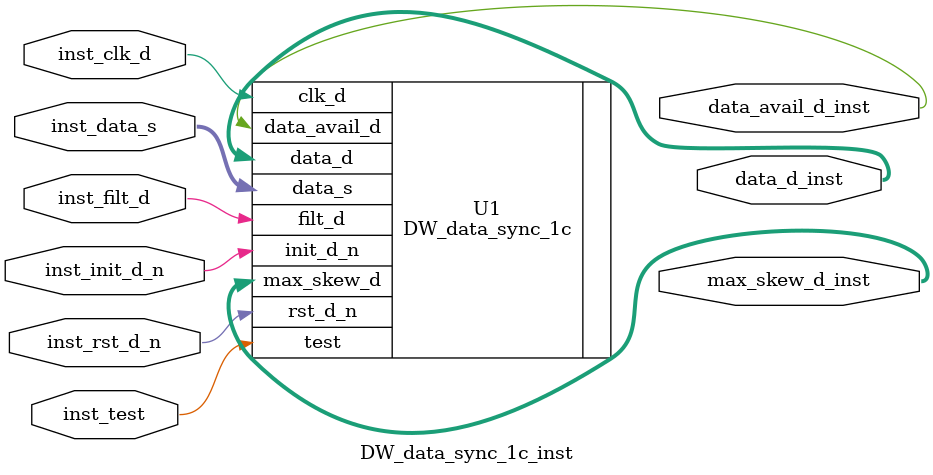
<source format=v>
module DW_data_sync_1c_inst( inst_clk_d, inst_rst_d_n, inst_init_d_n, inst_data_s, inst_filt_d, 
                                                      inst_test,  data_avail_d_inst, data_d_inst, max_skew_d_inst );

parameter width = 8;
parameter f_sync_type = 2;
parameter filt_size = 1;
parameter tst_mode = 0;
parameter verif_en = 1;


input inst_clk_d;
input inst_rst_d_n;
input inst_init_d_n;
input [width-1 : 0]     inst_data_s;
input [filt_size-1 : 0] inst_filt_d;
input inst_test;
output                      data_avail_d_inst;
output [width-1 : 0] data_d_inst;
output [filt_size : 0] max_skew_d_inst;

    // Instance of DW_data_sync_1c
    DW_data_sync_1c #(width, f_sync_type, filt_size, tst_mode, verif_en)
          U1 ( .clk_d(inst_clk_d), .rst_d_n(inst_rst_d_n),  .init_d_n(inst_init_d_n),
                  .data_s(inst_data_s), .filt_d(inst_filt_d), .test(inst_test), 
                  .data_avail_d(data_avail_d_inst), .data_d(data_d_inst),
                  .max_skew_d(max_skew_d_inst) );

endmodule


</source>
